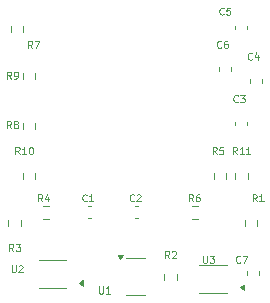
<source format=gbr>
%TF.GenerationSoftware,KiCad,Pcbnew,9.0.5*%
%TF.CreationDate,2025-11-21T21:53:36+01:00*%
%TF.ProjectId,keyballTrackballPCB,6b657962-616c-46c5-9472-61636b62616c,1.0*%
%TF.SameCoordinates,Original*%
%TF.FileFunction,Legend,Top*%
%TF.FilePolarity,Positive*%
%FSLAX46Y46*%
G04 Gerber Fmt 4.6, Leading zero omitted, Abs format (unit mm)*
G04 Created by KiCad (PCBNEW 9.0.5) date 2025-11-21 21:53:36*
%MOMM*%
%LPD*%
G01*
G04 APERTURE LIST*
%ADD10C,0.100000*%
G04 APERTURE END LIST*
D10*
X102500000Y-80815228D02*
X102471428Y-80843800D01*
X102471428Y-80843800D02*
X102385714Y-80872371D01*
X102385714Y-80872371D02*
X102328571Y-80872371D01*
X102328571Y-80872371D02*
X102242857Y-80843800D01*
X102242857Y-80843800D02*
X102185714Y-80786657D01*
X102185714Y-80786657D02*
X102157143Y-80729514D01*
X102157143Y-80729514D02*
X102128571Y-80615228D01*
X102128571Y-80615228D02*
X102128571Y-80529514D01*
X102128571Y-80529514D02*
X102157143Y-80415228D01*
X102157143Y-80415228D02*
X102185714Y-80358085D01*
X102185714Y-80358085D02*
X102242857Y-80300942D01*
X102242857Y-80300942D02*
X102328571Y-80272371D01*
X102328571Y-80272371D02*
X102385714Y-80272371D01*
X102385714Y-80272371D02*
X102471428Y-80300942D01*
X102471428Y-80300942D02*
X102500000Y-80329514D01*
X103042857Y-80272371D02*
X102757143Y-80272371D01*
X102757143Y-80272371D02*
X102728571Y-80558085D01*
X102728571Y-80558085D02*
X102757143Y-80529514D01*
X102757143Y-80529514D02*
X102814286Y-80500942D01*
X102814286Y-80500942D02*
X102957143Y-80500942D01*
X102957143Y-80500942D02*
X103014286Y-80529514D01*
X103014286Y-80529514D02*
X103042857Y-80558085D01*
X103042857Y-80558085D02*
X103071428Y-80615228D01*
X103071428Y-80615228D02*
X103071428Y-80758085D01*
X103071428Y-80758085D02*
X103042857Y-80815228D01*
X103042857Y-80815228D02*
X103014286Y-80843800D01*
X103014286Y-80843800D02*
X102957143Y-80872371D01*
X102957143Y-80872371D02*
X102814286Y-80872371D01*
X102814286Y-80872371D02*
X102757143Y-80843800D01*
X102757143Y-80843800D02*
X102728571Y-80815228D01*
X90900000Y-96615228D02*
X90871428Y-96643800D01*
X90871428Y-96643800D02*
X90785714Y-96672371D01*
X90785714Y-96672371D02*
X90728571Y-96672371D01*
X90728571Y-96672371D02*
X90642857Y-96643800D01*
X90642857Y-96643800D02*
X90585714Y-96586657D01*
X90585714Y-96586657D02*
X90557143Y-96529514D01*
X90557143Y-96529514D02*
X90528571Y-96415228D01*
X90528571Y-96415228D02*
X90528571Y-96329514D01*
X90528571Y-96329514D02*
X90557143Y-96215228D01*
X90557143Y-96215228D02*
X90585714Y-96158085D01*
X90585714Y-96158085D02*
X90642857Y-96100942D01*
X90642857Y-96100942D02*
X90728571Y-96072371D01*
X90728571Y-96072371D02*
X90785714Y-96072371D01*
X90785714Y-96072371D02*
X90871428Y-96100942D01*
X90871428Y-96100942D02*
X90900000Y-96129514D01*
X91471428Y-96672371D02*
X91128571Y-96672371D01*
X91300000Y-96672371D02*
X91300000Y-96072371D01*
X91300000Y-96072371D02*
X91242857Y-96158085D01*
X91242857Y-96158085D02*
X91185714Y-96215228D01*
X91185714Y-96215228D02*
X91128571Y-96243800D01*
X84500000Y-86272371D02*
X84300000Y-85986657D01*
X84157143Y-86272371D02*
X84157143Y-85672371D01*
X84157143Y-85672371D02*
X84385714Y-85672371D01*
X84385714Y-85672371D02*
X84442857Y-85700942D01*
X84442857Y-85700942D02*
X84471428Y-85729514D01*
X84471428Y-85729514D02*
X84500000Y-85786657D01*
X84500000Y-85786657D02*
X84500000Y-85872371D01*
X84500000Y-85872371D02*
X84471428Y-85929514D01*
X84471428Y-85929514D02*
X84442857Y-85958085D01*
X84442857Y-85958085D02*
X84385714Y-85986657D01*
X84385714Y-85986657D02*
X84157143Y-85986657D01*
X84785714Y-86272371D02*
X84900000Y-86272371D01*
X84900000Y-86272371D02*
X84957143Y-86243800D01*
X84957143Y-86243800D02*
X84985714Y-86215228D01*
X84985714Y-86215228D02*
X85042857Y-86129514D01*
X85042857Y-86129514D02*
X85071428Y-86015228D01*
X85071428Y-86015228D02*
X85071428Y-85786657D01*
X85071428Y-85786657D02*
X85042857Y-85729514D01*
X85042857Y-85729514D02*
X85014286Y-85700942D01*
X85014286Y-85700942D02*
X84957143Y-85672371D01*
X84957143Y-85672371D02*
X84842857Y-85672371D01*
X84842857Y-85672371D02*
X84785714Y-85700942D01*
X84785714Y-85700942D02*
X84757143Y-85729514D01*
X84757143Y-85729514D02*
X84728571Y-85786657D01*
X84728571Y-85786657D02*
X84728571Y-85929514D01*
X84728571Y-85929514D02*
X84757143Y-85986657D01*
X84757143Y-85986657D02*
X84785714Y-86015228D01*
X84785714Y-86015228D02*
X84842857Y-86043800D01*
X84842857Y-86043800D02*
X84957143Y-86043800D01*
X84957143Y-86043800D02*
X85014286Y-86015228D01*
X85014286Y-86015228D02*
X85042857Y-85986657D01*
X85042857Y-85986657D02*
X85071428Y-85929514D01*
X104900000Y-84615228D02*
X104871428Y-84643800D01*
X104871428Y-84643800D02*
X104785714Y-84672371D01*
X104785714Y-84672371D02*
X104728571Y-84672371D01*
X104728571Y-84672371D02*
X104642857Y-84643800D01*
X104642857Y-84643800D02*
X104585714Y-84586657D01*
X104585714Y-84586657D02*
X104557143Y-84529514D01*
X104557143Y-84529514D02*
X104528571Y-84415228D01*
X104528571Y-84415228D02*
X104528571Y-84329514D01*
X104528571Y-84329514D02*
X104557143Y-84215228D01*
X104557143Y-84215228D02*
X104585714Y-84158085D01*
X104585714Y-84158085D02*
X104642857Y-84100942D01*
X104642857Y-84100942D02*
X104728571Y-84072371D01*
X104728571Y-84072371D02*
X104785714Y-84072371D01*
X104785714Y-84072371D02*
X104871428Y-84100942D01*
X104871428Y-84100942D02*
X104900000Y-84129514D01*
X105414286Y-84272371D02*
X105414286Y-84672371D01*
X105271428Y-84043800D02*
X105128571Y-84472371D01*
X105128571Y-84472371D02*
X105500000Y-84472371D01*
X85214285Y-92672371D02*
X85014285Y-92386657D01*
X84871428Y-92672371D02*
X84871428Y-92072371D01*
X84871428Y-92072371D02*
X85099999Y-92072371D01*
X85099999Y-92072371D02*
X85157142Y-92100942D01*
X85157142Y-92100942D02*
X85185713Y-92129514D01*
X85185713Y-92129514D02*
X85214285Y-92186657D01*
X85214285Y-92186657D02*
X85214285Y-92272371D01*
X85214285Y-92272371D02*
X85185713Y-92329514D01*
X85185713Y-92329514D02*
X85157142Y-92358085D01*
X85157142Y-92358085D02*
X85099999Y-92386657D01*
X85099999Y-92386657D02*
X84871428Y-92386657D01*
X85785713Y-92672371D02*
X85442856Y-92672371D01*
X85614285Y-92672371D02*
X85614285Y-92072371D01*
X85614285Y-92072371D02*
X85557142Y-92158085D01*
X85557142Y-92158085D02*
X85499999Y-92215228D01*
X85499999Y-92215228D02*
X85442856Y-92243800D01*
X86157142Y-92072371D02*
X86214285Y-92072371D01*
X86214285Y-92072371D02*
X86271428Y-92100942D01*
X86271428Y-92100942D02*
X86300000Y-92129514D01*
X86300000Y-92129514D02*
X86328571Y-92186657D01*
X86328571Y-92186657D02*
X86357142Y-92300942D01*
X86357142Y-92300942D02*
X86357142Y-92443800D01*
X86357142Y-92443800D02*
X86328571Y-92558085D01*
X86328571Y-92558085D02*
X86300000Y-92615228D01*
X86300000Y-92615228D02*
X86271428Y-92643800D01*
X86271428Y-92643800D02*
X86214285Y-92672371D01*
X86214285Y-92672371D02*
X86157142Y-92672371D01*
X86157142Y-92672371D02*
X86100000Y-92643800D01*
X86100000Y-92643800D02*
X86071428Y-92615228D01*
X86071428Y-92615228D02*
X86042857Y-92558085D01*
X86042857Y-92558085D02*
X86014285Y-92443800D01*
X86014285Y-92443800D02*
X86014285Y-92300942D01*
X86014285Y-92300942D02*
X86042857Y-92186657D01*
X86042857Y-92186657D02*
X86071428Y-92129514D01*
X86071428Y-92129514D02*
X86100000Y-92100942D01*
X86100000Y-92100942D02*
X86157142Y-92072371D01*
X103614285Y-92672371D02*
X103414285Y-92386657D01*
X103271428Y-92672371D02*
X103271428Y-92072371D01*
X103271428Y-92072371D02*
X103499999Y-92072371D01*
X103499999Y-92072371D02*
X103557142Y-92100942D01*
X103557142Y-92100942D02*
X103585713Y-92129514D01*
X103585713Y-92129514D02*
X103614285Y-92186657D01*
X103614285Y-92186657D02*
X103614285Y-92272371D01*
X103614285Y-92272371D02*
X103585713Y-92329514D01*
X103585713Y-92329514D02*
X103557142Y-92358085D01*
X103557142Y-92358085D02*
X103499999Y-92386657D01*
X103499999Y-92386657D02*
X103271428Y-92386657D01*
X104185713Y-92672371D02*
X103842856Y-92672371D01*
X104014285Y-92672371D02*
X104014285Y-92072371D01*
X104014285Y-92072371D02*
X103957142Y-92158085D01*
X103957142Y-92158085D02*
X103899999Y-92215228D01*
X103899999Y-92215228D02*
X103842856Y-92243800D01*
X104757142Y-92672371D02*
X104414285Y-92672371D01*
X104585714Y-92672371D02*
X104585714Y-92072371D01*
X104585714Y-92072371D02*
X104528571Y-92158085D01*
X104528571Y-92158085D02*
X104471428Y-92215228D01*
X104471428Y-92215228D02*
X104414285Y-92243800D01*
X84500000Y-90472371D02*
X84300000Y-90186657D01*
X84157143Y-90472371D02*
X84157143Y-89872371D01*
X84157143Y-89872371D02*
X84385714Y-89872371D01*
X84385714Y-89872371D02*
X84442857Y-89900942D01*
X84442857Y-89900942D02*
X84471428Y-89929514D01*
X84471428Y-89929514D02*
X84500000Y-89986657D01*
X84500000Y-89986657D02*
X84500000Y-90072371D01*
X84500000Y-90072371D02*
X84471428Y-90129514D01*
X84471428Y-90129514D02*
X84442857Y-90158085D01*
X84442857Y-90158085D02*
X84385714Y-90186657D01*
X84385714Y-90186657D02*
X84157143Y-90186657D01*
X84842857Y-90129514D02*
X84785714Y-90100942D01*
X84785714Y-90100942D02*
X84757143Y-90072371D01*
X84757143Y-90072371D02*
X84728571Y-90015228D01*
X84728571Y-90015228D02*
X84728571Y-89986657D01*
X84728571Y-89986657D02*
X84757143Y-89929514D01*
X84757143Y-89929514D02*
X84785714Y-89900942D01*
X84785714Y-89900942D02*
X84842857Y-89872371D01*
X84842857Y-89872371D02*
X84957143Y-89872371D01*
X84957143Y-89872371D02*
X85014286Y-89900942D01*
X85014286Y-89900942D02*
X85042857Y-89929514D01*
X85042857Y-89929514D02*
X85071428Y-89986657D01*
X85071428Y-89986657D02*
X85071428Y-90015228D01*
X85071428Y-90015228D02*
X85042857Y-90072371D01*
X85042857Y-90072371D02*
X85014286Y-90100942D01*
X85014286Y-90100942D02*
X84957143Y-90129514D01*
X84957143Y-90129514D02*
X84842857Y-90129514D01*
X84842857Y-90129514D02*
X84785714Y-90158085D01*
X84785714Y-90158085D02*
X84757143Y-90186657D01*
X84757143Y-90186657D02*
X84728571Y-90243800D01*
X84728571Y-90243800D02*
X84728571Y-90358085D01*
X84728571Y-90358085D02*
X84757143Y-90415228D01*
X84757143Y-90415228D02*
X84785714Y-90443800D01*
X84785714Y-90443800D02*
X84842857Y-90472371D01*
X84842857Y-90472371D02*
X84957143Y-90472371D01*
X84957143Y-90472371D02*
X85014286Y-90443800D01*
X85014286Y-90443800D02*
X85042857Y-90415228D01*
X85042857Y-90415228D02*
X85071428Y-90358085D01*
X85071428Y-90358085D02*
X85071428Y-90243800D01*
X85071428Y-90243800D02*
X85042857Y-90186657D01*
X85042857Y-90186657D02*
X85014286Y-90158085D01*
X85014286Y-90158085D02*
X84957143Y-90129514D01*
X103900000Y-101815228D02*
X103871428Y-101843800D01*
X103871428Y-101843800D02*
X103785714Y-101872371D01*
X103785714Y-101872371D02*
X103728571Y-101872371D01*
X103728571Y-101872371D02*
X103642857Y-101843800D01*
X103642857Y-101843800D02*
X103585714Y-101786657D01*
X103585714Y-101786657D02*
X103557143Y-101729514D01*
X103557143Y-101729514D02*
X103528571Y-101615228D01*
X103528571Y-101615228D02*
X103528571Y-101529514D01*
X103528571Y-101529514D02*
X103557143Y-101415228D01*
X103557143Y-101415228D02*
X103585714Y-101358085D01*
X103585714Y-101358085D02*
X103642857Y-101300942D01*
X103642857Y-101300942D02*
X103728571Y-101272371D01*
X103728571Y-101272371D02*
X103785714Y-101272371D01*
X103785714Y-101272371D02*
X103871428Y-101300942D01*
X103871428Y-101300942D02*
X103900000Y-101329514D01*
X104100000Y-101272371D02*
X104500000Y-101272371D01*
X104500000Y-101272371D02*
X104242857Y-101872371D01*
X84542857Y-102072371D02*
X84542857Y-102558085D01*
X84542857Y-102558085D02*
X84571428Y-102615228D01*
X84571428Y-102615228D02*
X84600000Y-102643800D01*
X84600000Y-102643800D02*
X84657142Y-102672371D01*
X84657142Y-102672371D02*
X84771428Y-102672371D01*
X84771428Y-102672371D02*
X84828571Y-102643800D01*
X84828571Y-102643800D02*
X84857142Y-102615228D01*
X84857142Y-102615228D02*
X84885714Y-102558085D01*
X84885714Y-102558085D02*
X84885714Y-102072371D01*
X85142856Y-102129514D02*
X85171428Y-102100942D01*
X85171428Y-102100942D02*
X85228571Y-102072371D01*
X85228571Y-102072371D02*
X85371428Y-102072371D01*
X85371428Y-102072371D02*
X85428571Y-102100942D01*
X85428571Y-102100942D02*
X85457142Y-102129514D01*
X85457142Y-102129514D02*
X85485713Y-102186657D01*
X85485713Y-102186657D02*
X85485713Y-102243800D01*
X85485713Y-102243800D02*
X85457142Y-102329514D01*
X85457142Y-102329514D02*
X85114285Y-102672371D01*
X85114285Y-102672371D02*
X85485713Y-102672371D01*
X100742857Y-101272371D02*
X100742857Y-101758085D01*
X100742857Y-101758085D02*
X100771428Y-101815228D01*
X100771428Y-101815228D02*
X100800000Y-101843800D01*
X100800000Y-101843800D02*
X100857142Y-101872371D01*
X100857142Y-101872371D02*
X100971428Y-101872371D01*
X100971428Y-101872371D02*
X101028571Y-101843800D01*
X101028571Y-101843800D02*
X101057142Y-101815228D01*
X101057142Y-101815228D02*
X101085714Y-101758085D01*
X101085714Y-101758085D02*
X101085714Y-101272371D01*
X101314285Y-101272371D02*
X101685713Y-101272371D01*
X101685713Y-101272371D02*
X101485713Y-101500942D01*
X101485713Y-101500942D02*
X101571428Y-101500942D01*
X101571428Y-101500942D02*
X101628571Y-101529514D01*
X101628571Y-101529514D02*
X101657142Y-101558085D01*
X101657142Y-101558085D02*
X101685713Y-101615228D01*
X101685713Y-101615228D02*
X101685713Y-101758085D01*
X101685713Y-101758085D02*
X101657142Y-101815228D01*
X101657142Y-101815228D02*
X101628571Y-101843800D01*
X101628571Y-101843800D02*
X101571428Y-101872371D01*
X101571428Y-101872371D02*
X101399999Y-101872371D01*
X101399999Y-101872371D02*
X101342856Y-101843800D01*
X101342856Y-101843800D02*
X101314285Y-101815228D01*
X102300000Y-83615228D02*
X102271428Y-83643800D01*
X102271428Y-83643800D02*
X102185714Y-83672371D01*
X102185714Y-83672371D02*
X102128571Y-83672371D01*
X102128571Y-83672371D02*
X102042857Y-83643800D01*
X102042857Y-83643800D02*
X101985714Y-83586657D01*
X101985714Y-83586657D02*
X101957143Y-83529514D01*
X101957143Y-83529514D02*
X101928571Y-83415228D01*
X101928571Y-83415228D02*
X101928571Y-83329514D01*
X101928571Y-83329514D02*
X101957143Y-83215228D01*
X101957143Y-83215228D02*
X101985714Y-83158085D01*
X101985714Y-83158085D02*
X102042857Y-83100942D01*
X102042857Y-83100942D02*
X102128571Y-83072371D01*
X102128571Y-83072371D02*
X102185714Y-83072371D01*
X102185714Y-83072371D02*
X102271428Y-83100942D01*
X102271428Y-83100942D02*
X102300000Y-83129514D01*
X102814286Y-83072371D02*
X102700000Y-83072371D01*
X102700000Y-83072371D02*
X102642857Y-83100942D01*
X102642857Y-83100942D02*
X102614286Y-83129514D01*
X102614286Y-83129514D02*
X102557143Y-83215228D01*
X102557143Y-83215228D02*
X102528571Y-83329514D01*
X102528571Y-83329514D02*
X102528571Y-83558085D01*
X102528571Y-83558085D02*
X102557143Y-83615228D01*
X102557143Y-83615228D02*
X102585714Y-83643800D01*
X102585714Y-83643800D02*
X102642857Y-83672371D01*
X102642857Y-83672371D02*
X102757143Y-83672371D01*
X102757143Y-83672371D02*
X102814286Y-83643800D01*
X102814286Y-83643800D02*
X102842857Y-83615228D01*
X102842857Y-83615228D02*
X102871428Y-83558085D01*
X102871428Y-83558085D02*
X102871428Y-83415228D01*
X102871428Y-83415228D02*
X102842857Y-83358085D01*
X102842857Y-83358085D02*
X102814286Y-83329514D01*
X102814286Y-83329514D02*
X102757143Y-83300942D01*
X102757143Y-83300942D02*
X102642857Y-83300942D01*
X102642857Y-83300942D02*
X102585714Y-83329514D01*
X102585714Y-83329514D02*
X102557143Y-83358085D01*
X102557143Y-83358085D02*
X102528571Y-83415228D01*
X97900000Y-101472371D02*
X97700000Y-101186657D01*
X97557143Y-101472371D02*
X97557143Y-100872371D01*
X97557143Y-100872371D02*
X97785714Y-100872371D01*
X97785714Y-100872371D02*
X97842857Y-100900942D01*
X97842857Y-100900942D02*
X97871428Y-100929514D01*
X97871428Y-100929514D02*
X97900000Y-100986657D01*
X97900000Y-100986657D02*
X97900000Y-101072371D01*
X97900000Y-101072371D02*
X97871428Y-101129514D01*
X97871428Y-101129514D02*
X97842857Y-101158085D01*
X97842857Y-101158085D02*
X97785714Y-101186657D01*
X97785714Y-101186657D02*
X97557143Y-101186657D01*
X98128571Y-100929514D02*
X98157143Y-100900942D01*
X98157143Y-100900942D02*
X98214286Y-100872371D01*
X98214286Y-100872371D02*
X98357143Y-100872371D01*
X98357143Y-100872371D02*
X98414286Y-100900942D01*
X98414286Y-100900942D02*
X98442857Y-100929514D01*
X98442857Y-100929514D02*
X98471428Y-100986657D01*
X98471428Y-100986657D02*
X98471428Y-101043800D01*
X98471428Y-101043800D02*
X98442857Y-101129514D01*
X98442857Y-101129514D02*
X98100000Y-101472371D01*
X98100000Y-101472371D02*
X98471428Y-101472371D01*
X87132776Y-96672371D02*
X86932776Y-96386657D01*
X86789919Y-96672371D02*
X86789919Y-96072371D01*
X86789919Y-96072371D02*
X87018490Y-96072371D01*
X87018490Y-96072371D02*
X87075633Y-96100942D01*
X87075633Y-96100942D02*
X87104204Y-96129514D01*
X87104204Y-96129514D02*
X87132776Y-96186657D01*
X87132776Y-96186657D02*
X87132776Y-96272371D01*
X87132776Y-96272371D02*
X87104204Y-96329514D01*
X87104204Y-96329514D02*
X87075633Y-96358085D01*
X87075633Y-96358085D02*
X87018490Y-96386657D01*
X87018490Y-96386657D02*
X86789919Y-96386657D01*
X87647062Y-96272371D02*
X87647062Y-96672371D01*
X87504204Y-96043800D02*
X87361347Y-96472371D01*
X87361347Y-96472371D02*
X87732776Y-96472371D01*
X86300000Y-83672371D02*
X86100000Y-83386657D01*
X85957143Y-83672371D02*
X85957143Y-83072371D01*
X85957143Y-83072371D02*
X86185714Y-83072371D01*
X86185714Y-83072371D02*
X86242857Y-83100942D01*
X86242857Y-83100942D02*
X86271428Y-83129514D01*
X86271428Y-83129514D02*
X86300000Y-83186657D01*
X86300000Y-83186657D02*
X86300000Y-83272371D01*
X86300000Y-83272371D02*
X86271428Y-83329514D01*
X86271428Y-83329514D02*
X86242857Y-83358085D01*
X86242857Y-83358085D02*
X86185714Y-83386657D01*
X86185714Y-83386657D02*
X85957143Y-83386657D01*
X86500000Y-83072371D02*
X86900000Y-83072371D01*
X86900000Y-83072371D02*
X86642857Y-83672371D01*
X101900000Y-92672371D02*
X101700000Y-92386657D01*
X101557143Y-92672371D02*
X101557143Y-92072371D01*
X101557143Y-92072371D02*
X101785714Y-92072371D01*
X101785714Y-92072371D02*
X101842857Y-92100942D01*
X101842857Y-92100942D02*
X101871428Y-92129514D01*
X101871428Y-92129514D02*
X101900000Y-92186657D01*
X101900000Y-92186657D02*
X101900000Y-92272371D01*
X101900000Y-92272371D02*
X101871428Y-92329514D01*
X101871428Y-92329514D02*
X101842857Y-92358085D01*
X101842857Y-92358085D02*
X101785714Y-92386657D01*
X101785714Y-92386657D02*
X101557143Y-92386657D01*
X102442857Y-92072371D02*
X102157143Y-92072371D01*
X102157143Y-92072371D02*
X102128571Y-92358085D01*
X102128571Y-92358085D02*
X102157143Y-92329514D01*
X102157143Y-92329514D02*
X102214286Y-92300942D01*
X102214286Y-92300942D02*
X102357143Y-92300942D01*
X102357143Y-92300942D02*
X102414286Y-92329514D01*
X102414286Y-92329514D02*
X102442857Y-92358085D01*
X102442857Y-92358085D02*
X102471428Y-92415228D01*
X102471428Y-92415228D02*
X102471428Y-92558085D01*
X102471428Y-92558085D02*
X102442857Y-92615228D01*
X102442857Y-92615228D02*
X102414286Y-92643800D01*
X102414286Y-92643800D02*
X102357143Y-92672371D01*
X102357143Y-92672371D02*
X102214286Y-92672371D01*
X102214286Y-92672371D02*
X102157143Y-92643800D01*
X102157143Y-92643800D02*
X102128571Y-92615228D01*
X84700000Y-100872371D02*
X84500000Y-100586657D01*
X84357143Y-100872371D02*
X84357143Y-100272371D01*
X84357143Y-100272371D02*
X84585714Y-100272371D01*
X84585714Y-100272371D02*
X84642857Y-100300942D01*
X84642857Y-100300942D02*
X84671428Y-100329514D01*
X84671428Y-100329514D02*
X84700000Y-100386657D01*
X84700000Y-100386657D02*
X84700000Y-100472371D01*
X84700000Y-100472371D02*
X84671428Y-100529514D01*
X84671428Y-100529514D02*
X84642857Y-100558085D01*
X84642857Y-100558085D02*
X84585714Y-100586657D01*
X84585714Y-100586657D02*
X84357143Y-100586657D01*
X84900000Y-100272371D02*
X85271428Y-100272371D01*
X85271428Y-100272371D02*
X85071428Y-100500942D01*
X85071428Y-100500942D02*
X85157143Y-100500942D01*
X85157143Y-100500942D02*
X85214286Y-100529514D01*
X85214286Y-100529514D02*
X85242857Y-100558085D01*
X85242857Y-100558085D02*
X85271428Y-100615228D01*
X85271428Y-100615228D02*
X85271428Y-100758085D01*
X85271428Y-100758085D02*
X85242857Y-100815228D01*
X85242857Y-100815228D02*
X85214286Y-100843800D01*
X85214286Y-100843800D02*
X85157143Y-100872371D01*
X85157143Y-100872371D02*
X84985714Y-100872371D01*
X84985714Y-100872371D02*
X84928571Y-100843800D01*
X84928571Y-100843800D02*
X84900000Y-100815228D01*
X103700000Y-88215228D02*
X103671428Y-88243800D01*
X103671428Y-88243800D02*
X103585714Y-88272371D01*
X103585714Y-88272371D02*
X103528571Y-88272371D01*
X103528571Y-88272371D02*
X103442857Y-88243800D01*
X103442857Y-88243800D02*
X103385714Y-88186657D01*
X103385714Y-88186657D02*
X103357143Y-88129514D01*
X103357143Y-88129514D02*
X103328571Y-88015228D01*
X103328571Y-88015228D02*
X103328571Y-87929514D01*
X103328571Y-87929514D02*
X103357143Y-87815228D01*
X103357143Y-87815228D02*
X103385714Y-87758085D01*
X103385714Y-87758085D02*
X103442857Y-87700942D01*
X103442857Y-87700942D02*
X103528571Y-87672371D01*
X103528571Y-87672371D02*
X103585714Y-87672371D01*
X103585714Y-87672371D02*
X103671428Y-87700942D01*
X103671428Y-87700942D02*
X103700000Y-87729514D01*
X103900000Y-87672371D02*
X104271428Y-87672371D01*
X104271428Y-87672371D02*
X104071428Y-87900942D01*
X104071428Y-87900942D02*
X104157143Y-87900942D01*
X104157143Y-87900942D02*
X104214286Y-87929514D01*
X104214286Y-87929514D02*
X104242857Y-87958085D01*
X104242857Y-87958085D02*
X104271428Y-88015228D01*
X104271428Y-88015228D02*
X104271428Y-88158085D01*
X104271428Y-88158085D02*
X104242857Y-88215228D01*
X104242857Y-88215228D02*
X104214286Y-88243800D01*
X104214286Y-88243800D02*
X104157143Y-88272371D01*
X104157143Y-88272371D02*
X103985714Y-88272371D01*
X103985714Y-88272371D02*
X103928571Y-88243800D01*
X103928571Y-88243800D02*
X103900000Y-88215228D01*
X91942857Y-103872371D02*
X91942857Y-104358085D01*
X91942857Y-104358085D02*
X91971428Y-104415228D01*
X91971428Y-104415228D02*
X92000000Y-104443800D01*
X92000000Y-104443800D02*
X92057142Y-104472371D01*
X92057142Y-104472371D02*
X92171428Y-104472371D01*
X92171428Y-104472371D02*
X92228571Y-104443800D01*
X92228571Y-104443800D02*
X92257142Y-104415228D01*
X92257142Y-104415228D02*
X92285714Y-104358085D01*
X92285714Y-104358085D02*
X92285714Y-103872371D01*
X92885713Y-104472371D02*
X92542856Y-104472371D01*
X92714285Y-104472371D02*
X92714285Y-103872371D01*
X92714285Y-103872371D02*
X92657142Y-103958085D01*
X92657142Y-103958085D02*
X92599999Y-104015228D01*
X92599999Y-104015228D02*
X92542856Y-104043800D01*
X99900000Y-96672371D02*
X99700000Y-96386657D01*
X99557143Y-96672371D02*
X99557143Y-96072371D01*
X99557143Y-96072371D02*
X99785714Y-96072371D01*
X99785714Y-96072371D02*
X99842857Y-96100942D01*
X99842857Y-96100942D02*
X99871428Y-96129514D01*
X99871428Y-96129514D02*
X99900000Y-96186657D01*
X99900000Y-96186657D02*
X99900000Y-96272371D01*
X99900000Y-96272371D02*
X99871428Y-96329514D01*
X99871428Y-96329514D02*
X99842857Y-96358085D01*
X99842857Y-96358085D02*
X99785714Y-96386657D01*
X99785714Y-96386657D02*
X99557143Y-96386657D01*
X100414286Y-96072371D02*
X100300000Y-96072371D01*
X100300000Y-96072371D02*
X100242857Y-96100942D01*
X100242857Y-96100942D02*
X100214286Y-96129514D01*
X100214286Y-96129514D02*
X100157143Y-96215228D01*
X100157143Y-96215228D02*
X100128571Y-96329514D01*
X100128571Y-96329514D02*
X100128571Y-96558085D01*
X100128571Y-96558085D02*
X100157143Y-96615228D01*
X100157143Y-96615228D02*
X100185714Y-96643800D01*
X100185714Y-96643800D02*
X100242857Y-96672371D01*
X100242857Y-96672371D02*
X100357143Y-96672371D01*
X100357143Y-96672371D02*
X100414286Y-96643800D01*
X100414286Y-96643800D02*
X100442857Y-96615228D01*
X100442857Y-96615228D02*
X100471428Y-96558085D01*
X100471428Y-96558085D02*
X100471428Y-96415228D01*
X100471428Y-96415228D02*
X100442857Y-96358085D01*
X100442857Y-96358085D02*
X100414286Y-96329514D01*
X100414286Y-96329514D02*
X100357143Y-96300942D01*
X100357143Y-96300942D02*
X100242857Y-96300942D01*
X100242857Y-96300942D02*
X100185714Y-96329514D01*
X100185714Y-96329514D02*
X100157143Y-96358085D01*
X100157143Y-96358085D02*
X100128571Y-96415228D01*
X105300000Y-96672371D02*
X105100000Y-96386657D01*
X104957143Y-96672371D02*
X104957143Y-96072371D01*
X104957143Y-96072371D02*
X105185714Y-96072371D01*
X105185714Y-96072371D02*
X105242857Y-96100942D01*
X105242857Y-96100942D02*
X105271428Y-96129514D01*
X105271428Y-96129514D02*
X105300000Y-96186657D01*
X105300000Y-96186657D02*
X105300000Y-96272371D01*
X105300000Y-96272371D02*
X105271428Y-96329514D01*
X105271428Y-96329514D02*
X105242857Y-96358085D01*
X105242857Y-96358085D02*
X105185714Y-96386657D01*
X105185714Y-96386657D02*
X104957143Y-96386657D01*
X105871428Y-96672371D02*
X105528571Y-96672371D01*
X105700000Y-96672371D02*
X105700000Y-96072371D01*
X105700000Y-96072371D02*
X105642857Y-96158085D01*
X105642857Y-96158085D02*
X105585714Y-96215228D01*
X105585714Y-96215228D02*
X105528571Y-96243800D01*
X94900000Y-96615228D02*
X94871428Y-96643800D01*
X94871428Y-96643800D02*
X94785714Y-96672371D01*
X94785714Y-96672371D02*
X94728571Y-96672371D01*
X94728571Y-96672371D02*
X94642857Y-96643800D01*
X94642857Y-96643800D02*
X94585714Y-96586657D01*
X94585714Y-96586657D02*
X94557143Y-96529514D01*
X94557143Y-96529514D02*
X94528571Y-96415228D01*
X94528571Y-96415228D02*
X94528571Y-96329514D01*
X94528571Y-96329514D02*
X94557143Y-96215228D01*
X94557143Y-96215228D02*
X94585714Y-96158085D01*
X94585714Y-96158085D02*
X94642857Y-96100942D01*
X94642857Y-96100942D02*
X94728571Y-96072371D01*
X94728571Y-96072371D02*
X94785714Y-96072371D01*
X94785714Y-96072371D02*
X94871428Y-96100942D01*
X94871428Y-96100942D02*
X94900000Y-96129514D01*
X95128571Y-96129514D02*
X95157143Y-96100942D01*
X95157143Y-96100942D02*
X95214286Y-96072371D01*
X95214286Y-96072371D02*
X95357143Y-96072371D01*
X95357143Y-96072371D02*
X95414286Y-96100942D01*
X95414286Y-96100942D02*
X95442857Y-96129514D01*
X95442857Y-96129514D02*
X95471428Y-96186657D01*
X95471428Y-96186657D02*
X95471428Y-96243800D01*
X95471428Y-96243800D02*
X95442857Y-96329514D01*
X95442857Y-96329514D02*
X95100000Y-96672371D01*
X95100000Y-96672371D02*
X95471428Y-96672371D01*
%TO.C,C5*%
X103490000Y-81791233D02*
X103490000Y-82083767D01*
X104510000Y-81791233D02*
X104510000Y-82083767D01*
%TO.C,C1*%
X90991233Y-97090000D02*
X91283767Y-97090000D01*
X90991233Y-98110000D02*
X91283767Y-98110000D01*
%TO.C,R9*%
X85477500Y-86342224D02*
X85477500Y-85832776D01*
X86522500Y-86342224D02*
X86522500Y-85832776D01*
%TO.C,C4*%
X104690000Y-86316233D02*
X104690000Y-86608767D01*
X105710000Y-86316233D02*
X105710000Y-86608767D01*
%TO.C,R10*%
X85477500Y-94232776D02*
X85477500Y-94742224D01*
X86522500Y-94232776D02*
X86522500Y-94742224D01*
%TO.C,R11*%
X103477500Y-94232776D02*
X103477500Y-94742224D01*
X104522500Y-94232776D02*
X104522500Y-94742224D01*
%TO.C,R8*%
X85477500Y-90567224D02*
X85477500Y-90057776D01*
X86522500Y-90567224D02*
X86522500Y-90057776D01*
%TO.C,C7*%
X104490000Y-102591233D02*
X104490000Y-102883767D01*
X105510000Y-102591233D02*
X105510000Y-102883767D01*
%TO.C,U2*%
X88000000Y-101615000D02*
X86850000Y-101615000D01*
X88000000Y-101615000D02*
X89150000Y-101615000D01*
X88000000Y-103985000D02*
X86850000Y-103985000D01*
X88000000Y-103985000D02*
X89150000Y-103985000D01*
X90615000Y-103790000D02*
X90285000Y-103550000D01*
X90615000Y-103310000D01*
X90615000Y-103790000D01*
G36*
X90615000Y-103790000D02*
G01*
X90285000Y-103550000D01*
X90615000Y-103310000D01*
X90615000Y-103790000D01*
G37*
%TO.C,U3*%
X101600000Y-102015000D02*
X100450000Y-102015000D01*
X101600000Y-102015000D02*
X102750000Y-102015000D01*
X101600000Y-104385000D02*
X100450000Y-104385000D01*
X101600000Y-104385000D02*
X102750000Y-104385000D01*
X104215000Y-104190000D02*
X103885000Y-103950000D01*
X104215000Y-103710000D01*
X104215000Y-104190000D01*
G36*
X104215000Y-104190000D02*
G01*
X103885000Y-103950000D01*
X104215000Y-103710000D01*
X104215000Y-104190000D01*
G37*
%TO.C,C6*%
X102090000Y-85316233D02*
X102090000Y-85608767D01*
X103110000Y-85316233D02*
X103110000Y-85608767D01*
%TO.C,R2*%
X97477500Y-103342224D02*
X97477500Y-102832776D01*
X98522500Y-103342224D02*
X98522500Y-102832776D01*
%TO.C,R4*%
X87232776Y-97077500D02*
X87742224Y-97077500D01*
X87232776Y-98122500D02*
X87742224Y-98122500D01*
%TO.C,R7*%
X84477500Y-82367224D02*
X84477500Y-81857776D01*
X85522500Y-82367224D02*
X85522500Y-81857776D01*
%TO.C,R5*%
X101677500Y-94232776D02*
X101677500Y-94742224D01*
X102722500Y-94232776D02*
X102722500Y-94742224D01*
%TO.C,R3*%
X84277500Y-98257776D02*
X84277500Y-98767224D01*
X85322500Y-98257776D02*
X85322500Y-98767224D01*
%TO.C,C3*%
X103490000Y-89916233D02*
X103490000Y-90208767D01*
X104510000Y-89916233D02*
X104510000Y-90208767D01*
%TO.C,U1*%
X95062500Y-101490000D02*
X94262500Y-101490000D01*
X95062500Y-101490000D02*
X95862500Y-101490000D01*
X95062500Y-104610000D02*
X94262500Y-104610000D01*
X95062500Y-104610000D02*
X95862500Y-104610000D01*
X93762500Y-101540000D02*
X93522500Y-101210000D01*
X94002500Y-101210000D01*
X93762500Y-101540000D01*
G36*
X93762500Y-101540000D02*
G01*
X93522500Y-101210000D01*
X94002500Y-101210000D01*
X93762500Y-101540000D01*
G37*
%TO.C,R6*%
X99857776Y-97077500D02*
X100367224Y-97077500D01*
X99857776Y-98122500D02*
X100367224Y-98122500D01*
%TO.C,R1*%
X104277500Y-98257776D02*
X104277500Y-98767224D01*
X105322500Y-98257776D02*
X105322500Y-98767224D01*
%TO.C,C2*%
X94991233Y-97090000D02*
X95283767Y-97090000D01*
X94991233Y-98110000D02*
X95283767Y-98110000D01*
%TD*%
M02*

</source>
